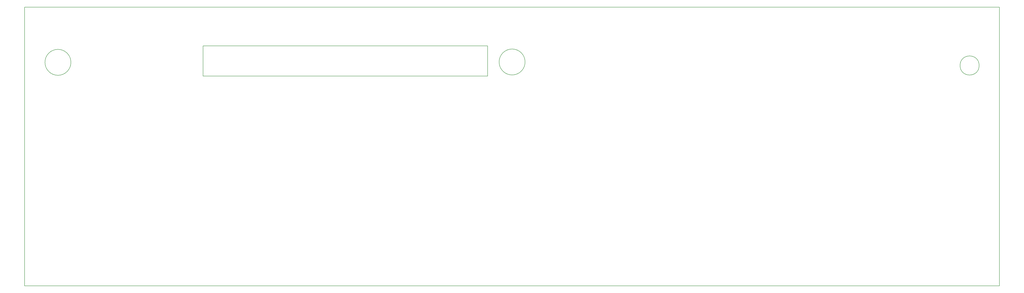
<source format=gbr>
G04 #@! TF.FileFunction,Profile,NP*
%FSLAX46Y46*%
G04 Gerber Fmt 4.6, Leading zero omitted, Abs format (unit mm)*
G04 Created by KiCad (PCBNEW 4.0.5+dfsg1-4) date Tue Aug 15 04:46:25 2017*
%MOMM*%
%LPD*%
G01*
G04 APERTURE LIST*
%ADD10C,0.100000*%
%ADD11C,0.200000*%
%ADD12C,0.150000*%
G04 APERTURE END LIST*
D10*
D11*
X434672529Y-40750000D02*
G75*
G03X434672529Y-40750000I-4172529J0D01*
G01*
D12*
X37429613Y-39370000D02*
G75*
G03X37429613Y-39370000I-5679613J0D01*
G01*
X236069613Y-39220000D02*
G75*
G03X236069613Y-39220000I-5679613J0D01*
G01*
X219710000Y-32131000D02*
X95250000Y-32131000D01*
X219710000Y-45402500D02*
X219710000Y-32131000D01*
X95250000Y-45402500D02*
X219710000Y-45402500D01*
X95250000Y-32131000D02*
X95250000Y-45402500D01*
X17145000Y-137160000D02*
X17145000Y-15240000D01*
X443547500Y-137160000D02*
X17145000Y-137160000D01*
X443547500Y-15240000D02*
X443547500Y-137160000D01*
X17145000Y-15240000D02*
X443547500Y-15240000D01*
M02*

</source>
